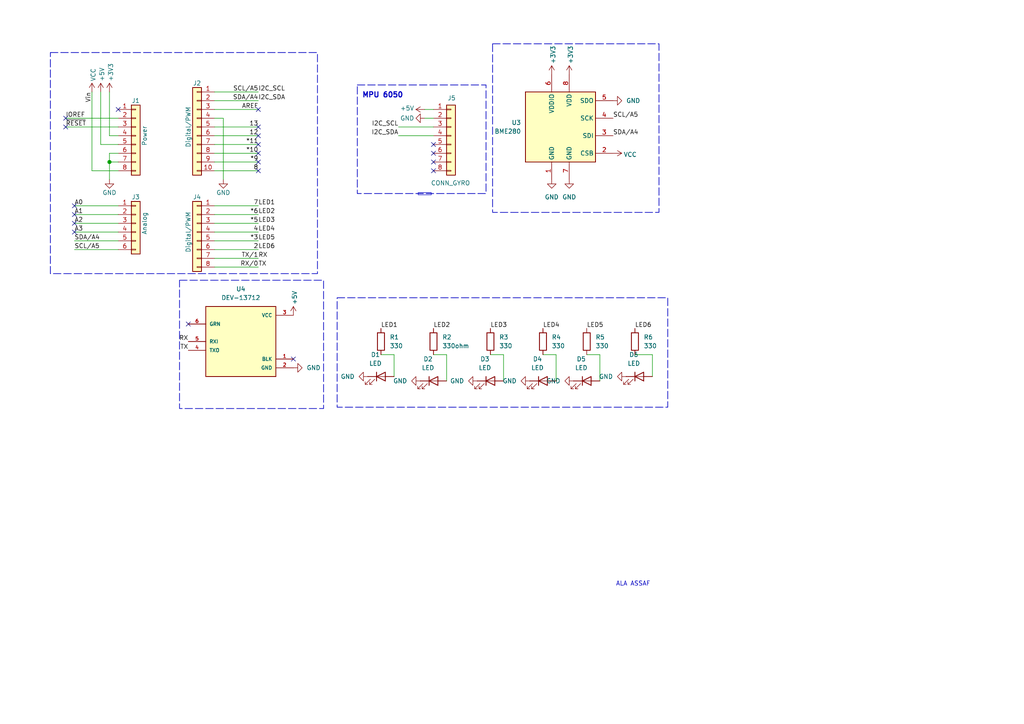
<source format=kicad_sch>
(kicad_sch (version 20231120) (generator "eeschema") (generator_version "8.0")
  (paper "A4")
  (title_block (date "mar. 31 mars 2015"))
  (lib_symbols
    (symbol "Connector_Generic:Conn_01x06" (pin_names (offset 1.016) hide)
      (property "Reference" "J" (at 0 7.62 0))
      (property "Value" "Conn_01x06" (at 0 -10.16 0))
      (symbol "Conn_01x06_1_1"
        (rectangle (start -1.27 -7.493) (end 0 -7.747) (stroke (width 0.1524)))
        (rectangle (start -1.27 -4.953) (end 0 -5.207) (stroke (width 0.1524)))
        (rectangle (start -1.27 -2.413) (end 0 -2.667) (stroke (width 0.1524)))
        (rectangle (start -1.27 0.127) (end 0 -0.127) (stroke (width 0.1524)))
        (rectangle (start -1.27 2.667) (end 0 2.413) (stroke (width 0.1524)))
        (rectangle (start -1.27 5.207) (end 0 4.953) (stroke (width 0.1524)))
        (rectangle (start -1.27 6.35) (end 1.27 -8.89) (stroke (width 0.254)) (fill (type background)))
        (pin passive line (at -5.08 5.08 0) (length 3.81) (name "Pin_1") (number "1"))
        (pin passive line (at -5.08 2.54 0) (length 3.81) (name "Pin_2") (number "2"))
        (pin passive line (at -5.08 0 0) (length 3.81) (name "Pin_3") (number "3"))
        (pin passive line (at -5.08 -2.54 0) (length 3.81) (name "Pin_4") (number "4"))
        (pin passive line (at -5.08 -5.08 0) (length 3.81) (name "Pin_5") (number "5"))
        (pin passive line (at -5.08 -7.62 0) (length 3.81) (name "Pin_6") (number "6"))
      )
    )
    (symbol "Connector_Generic:Conn_01x08" (pin_names (offset 1.016) hide)
      (property "Reference" "J" (at 0 10.16 0))
      (property "Value" "Conn_01x08" (at 0 -12.7 0))
      (symbol "Conn_01x08_1_1"
        (rectangle (start -1.27 -10.033) (end 0 -10.287) (stroke (width 0.1524)))
        (rectangle (start -1.27 -7.493) (end 0 -7.747) (stroke (width 0.1524)))
        (rectangle (start -1.27 -4.953) (end 0 -5.207) (stroke (width 0.1524)))
        (rectangle (start -1.27 -2.413) (end 0 -2.667) (stroke (width 0.1524)))
        (rectangle (start -1.27 0.127) (end 0 -0.127) (stroke (width 0.1524)))
        (rectangle (start -1.27 2.667) (end 0 2.413) (stroke (width 0.1524)))
        (rectangle (start -1.27 5.207) (end 0 4.953) (stroke (width 0.1524)))
        (rectangle (start -1.27 7.747) (end 0 7.493) (stroke (width 0.1524)))
        (rectangle (start -1.27 8.89) (end 1.27 -11.43) (stroke (width 0.254)) (fill (type background)))
        (pin passive line (at -5.08 7.62 0) (length 3.81) (name "Pin_1") (number "1"))
        (pin passive line (at -5.08 5.08 0) (length 3.81) (name "Pin_2") (number "2"))
        (pin passive line (at -5.08 2.54 0) (length 3.81) (name "Pin_3") (number "3"))
        (pin passive line (at -5.08 0 0) (length 3.81) (name "Pin_4") (number "4"))
        (pin passive line (at -5.08 -2.54 0) (length 3.81) (name "Pin_5") (number "5"))
        (pin passive line (at -5.08 -5.08 0) (length 3.81) (name "Pin_6") (number "6"))
        (pin passive line (at -5.08 -7.62 0) (length 3.81) (name "Pin_7") (number "7"))
        (pin passive line (at -5.08 -10.16 0) (length 3.81) (name "Pin_8") (number "8"))
      )
    )
    (symbol "Connector_Generic:Conn_01x10" (pin_names (offset 1.016) hide)
      (property "Reference" "J" (at 0 12.7 0))
      (property "Value" "Conn_01x10" (at 0 -15.24 0))
      (symbol "Conn_01x10_1_1"
        (rectangle (start -1.27 -12.573) (end 0 -12.827) (stroke (width 0.1524)))
        (rectangle (start -1.27 -10.033) (end 0 -10.287) (stroke (width 0.1524)))
        (rectangle (start -1.27 -7.493) (end 0 -7.747) (stroke (width 0.1524)))
        (rectangle (start -1.27 -4.953) (end 0 -5.207) (stroke (width 0.1524)))
        (rectangle (start -1.27 -2.413) (end 0 -2.667) (stroke (width 0.1524)))
        (rectangle (start -1.27 0.127) (end 0 -0.127) (stroke (width 0.1524)))
        (rectangle (start -1.27 2.667) (end 0 2.413) (stroke (width 0.1524)))
        (rectangle (start -1.27 5.207) (end 0 4.953) (stroke (width 0.1524)))
        (rectangle (start -1.27 7.747) (end 0 7.493) (stroke (width 0.1524)))
        (rectangle (start -1.27 10.287) (end 0 10.033) (stroke (width 0.1524)))
        (rectangle (start -1.27 11.43) (end 1.27 -13.97) (stroke (width 0.254)) (fill (type background)))
        (pin passive line (at -5.08 10.16 0) (length 3.81) (name "Pin_1") (number "1"))
        (pin passive line (at -5.08 -12.7 0) (length 3.81) (name "Pin_10") (number "10"))
        (pin passive line (at -5.08 7.62 0) (length 3.81) (name "Pin_2") (number "2"))
        (pin passive line (at -5.08 5.08 0) (length 3.81) (name "Pin_3") (number "3"))
        (pin passive line (at -5.08 2.54 0) (length 3.81) (name "Pin_4") (number "4"))
        (pin passive line (at -5.08 0 0) (length 3.81) (name "Pin_5") (number "5"))
        (pin passive line (at -5.08 -2.54 0) (length 3.81) (name "Pin_6") (number "6"))
        (pin passive line (at -5.08 -5.08 0) (length 3.81) (name "Pin_7") (number "7"))
        (pin passive line (at -5.08 -7.62 0) (length 3.81) (name "Pin_8") (number "8"))
        (pin passive line (at -5.08 -10.16 0) (length 3.81) (name "Pin_9") (number "9"))
      )
    )
    (symbol "DEV-13712:DEV-13712" (pin_names (offset 1.016))
      (property "Reference" "U" (at -10.16 10.922 0))
      (property "Value" "DEV-13712" (at -10.16 -12.7 0))
      (symbol "DEV-13712_0_0"
        (rectangle (start -10.16 -10.16) (end 10.16 10.16) (stroke (width 0.254)) (fill (type background)))
        (pin power_in line (at 15.24 -5.08 180) (length 5.08) (name "BLK") (number "1"))
        (pin power_in line (at 15.24 -7.62 180) (length 5.08) (name "GND") (number "2"))
        (pin power_in line (at 15.24 7.62 180) (length 5.08) (name "VCC") (number "3"))
        (pin output line (at -15.24 -2.54 0) (length 5.08) (name "TXO") (number "4"))
        (pin input line (at -15.24 0 0) (length 5.08) (name "RXI") (number "5"))
        (pin input line (at -15.24 5.08 0) (length 5.08) (name "GRN") (number "6"))
      )
    )
    (symbol "Device:LED" (pin_numbers hide) (pin_names (offset 1.016) hide)
      (property "Reference" "D" (at 0 2.54 0))
      (property "Value" "LED" (at 0 -2.54 0))
      (symbol "LED_0_1"
        (polyline (pts (xy -1.27 -1.27) (xy -1.27 1.27)) (stroke (width 0.254)))
        (polyline (pts (xy -1.27 0) (xy 1.27 0)))
        (polyline (pts (xy 1.27 -1.27) (xy 1.27 1.27) (xy -1.27 0) (xy 1.27 -1.27)) (stroke (width 0.254)))
        (polyline (pts (xy -3.048 -0.762) (xy -4.572 -2.286) (xy -3.81 -2.286) (xy -4.572 -2.286) (xy -4.572 -1.524)))
        (polyline (pts (xy -1.778 -0.762) (xy -3.302 -2.286) (xy -2.54 -2.286) (xy -3.302 -2.286) (xy -3.302 -1.524)))
      )
      (symbol "LED_1_1"
        (pin passive line (at -3.81 0 0) (length 2.54) (name "K") (number "1"))
        (pin passive line (at 3.81 0 180) (length 2.54) (name "A") (number "2"))
      )
    )
    (symbol "Device:R" (pin_numbers hide) (pin_names (offset 0))
      (property "Reference" "R" (at 2.032 0 90))
      (property "Value" "R" (at 0 0 90))
      (symbol "R_0_1"
        (rectangle (start -1.016 -2.54) (end 1.016 2.54) (stroke (width 0.254)))
      )
      (symbol "R_1_1"
        (pin passive line (at 0 3.81 270) (length 1.27) (name "~") (number "1"))
        (pin passive line (at 0 -3.81 90) (length 1.27) (name "~") (number "2"))
      )
    )
    (symbol "GND_1" (power) (pin_numbers hide) (pin_names (offset 0) hide)
      (property "Value" "GND" (at 0 -3.81 0))
      (symbol "GND_1_0_1"
        (polyline (pts (xy 0 0) (xy 0 -1.27) (xy 1.27 -1.27) (xy 0 -2.54) (xy -1.27 -1.27) (xy 0 -1.27)))
      )
      (symbol "GND_1_1_1"
        (pin power_in line (at 0 0 270) (length 0) (name "~") (number "1"))
      )
    )
    (symbol "GND_2" (power) (pin_numbers hide) (pin_names (offset 0) hide)
      (property "Value" "GND" (at 0 -3.81 0))
      (symbol "GND_2_0_1"
        (polyline (pts (xy 0 0) (xy 0 -1.27) (xy 1.27 -1.27) (xy 0 -2.54) (xy -1.27 -1.27) (xy 0 -1.27)))
      )
      (symbol "GND_2_1_1"
        (pin power_in line (at 0 0 270) (length 0) (name "~") (number "1"))
      )
    )
    (symbol "GND_3" (power) (pin_numbers hide) (pin_names (offset 0) hide)
      (property "Value" "GND" (at 0 -3.81 0))
      (symbol "GND_3_0_1"
        (polyline (pts (xy 0 0) (xy 0 -1.27) (xy 1.27 -1.27) (xy 0 -2.54) (xy -1.27 -1.27) (xy 0 -1.27)))
      )
      (symbol "GND_3_1_1"
        (pin power_in line (at 0 0 270) (length 0) (name "~") (number "1"))
      )
    )
    (symbol "GND_4" (power) (pin_numbers hide) (pin_names (offset 0) hide)
      (property "Value" "GND" (at 0 -3.81 0))
      (symbol "GND_4_0_1"
        (polyline (pts (xy 0 0) (xy 0 -1.27) (xy 1.27 -1.27) (xy 0 -2.54) (xy -1.27 -1.27) (xy 0 -1.27)))
      )
      (symbol "GND_4_1_1"
        (pin power_in line (at 0 0 270) (length 0) (name "~") (number "1"))
      )
    )
    (symbol "Sensor:BME280"
      (property "Reference" "U" (at -8.89 11.43 0))
      (property "Value" "BME280" (at 7.62 11.43 0))
      (symbol "BME280_0_1"
        (rectangle (start -10.16 10.16) (end 10.16 -10.16) (stroke (width 0.254)) (fill (type background)))
      )
      (symbol "BME280_1_1"
        (pin power_in line (at -2.54 -15.24 90) (length 5.08) (name "GND") (number "1"))
        (pin input line (at 15.24 -7.62 180) (length 5.08) (name "CSB") (number "2"))
        (pin bidirectional line (at 15.24 -2.54 180) (length 5.08) (name "SDI") (number "3"))
        (pin input line (at 15.24 2.54 180) (length 5.08) (name "SCK") (number "4"))
        (pin bidirectional line (at 15.24 7.62 180) (length 5.08) (name "SDO") (number "5"))
        (pin power_in line (at -2.54 15.24 270) (length 5.08) (name "VDDIO") (number "6"))
        (pin power_in line (at 2.54 -15.24 90) (length 5.08) (name "GND") (number "7"))
        (pin power_in line (at 2.54 15.24 270) (length 5.08) (name "VDD") (number "8"))
      )
    )
    (symbol "power:+3V3" (power) (pin_names (offset 0))
      (property "Value" "+3V3" (at 0 3.556 0))
      (symbol "+3V3_0_1"
        (polyline (pts (xy -0.762 1.27) (xy 0 2.54)))
        (polyline (pts (xy 0 0) (xy 0 2.54)))
        (polyline (pts (xy 0 2.54) (xy 0.762 1.27)))
      )
      (symbol "+3V3_1_1"
        (pin power_in line (at 0 0 90) (length 0) hide (name "+3V3") (number "1"))
      )
    )
    (symbol "power:+5V" (power) (pin_names (offset 0))
      (property "Value" "+5V" (at 0 3.556 0))
      (symbol "+5V_0_1"
        (polyline (pts (xy -0.762 1.27) (xy 0 2.54)))
        (polyline (pts (xy 0 0) (xy 0 2.54)))
        (polyline (pts (xy 0 2.54) (xy 0.762 1.27)))
      )
      (symbol "+5V_1_1"
        (pin power_in line (at 0 0 90) (length 0) hide (name "+5V") (number "1"))
      )
    )
    (symbol "power:GND" (power) (pin_names (offset 0))
      (property "Value" "GND" (at 0 -3.81 0))
      (symbol "GND_0_1"
        (polyline (pts (xy 0 0) (xy 0 -1.27) (xy 1.27 -1.27) (xy 0 -2.54) (xy -1.27 -1.27) (xy 0 -1.27)))
      )
      (symbol "GND_1_1"
        (pin power_in line (at 0 0 270) (length 0) hide (name "GND") (number "1"))
      )
    )
    (symbol "power:VCC" (power) (pin_names (offset 0))
      (property "Value" "VCC" (at 0 3.81 0))
      (symbol "VCC_0_1"
        (polyline (pts (xy -0.762 1.27) (xy 0 2.54)))
        (polyline (pts (xy 0 0) (xy 0 2.54)))
        (polyline (pts (xy 0 2.54) (xy 0.762 1.27)))
      )
      (symbol "VCC_1_1"
        (pin power_in line (at 0 0 90) (length 0) hide (name "VCC") (number "1"))
      )
    )
  )
  (junction (at 31.75 46.99) (diameter 1.016))
  (no_connect (at 85.09 104.14))
  (no_connect (at 74.93 44.45))
  (no_connect (at 19.05 36.83))
  (no_connect (at 74.93 36.83))
  (no_connect (at 125.73 41.91))
  (no_connect (at 74.93 41.91))
  (no_connect (at 21.59 64.77))
  (no_connect (at 21.59 67.31))
  (no_connect (at 19.05 34.29))
  (no_connect (at 21.59 62.23))
  (no_connect (at 125.73 44.45))
  (no_connect (at 125.73 46.99))
  (no_connect (at 74.93 46.99))
  (no_connect (at 34.29 31.75))
  (no_connect (at 54.61 93.98))
  (no_connect (at 74.93 31.75))
  (no_connect (at 74.93 49.53))
  (no_connect (at 125.73 49.53))
  (no_connect (at 21.59 59.69))
  (no_connect (at 74.93 39.37))
  (wire (pts (xy 62.23 77.47) (xy 74.93 77.47)))
  (wire (pts (xy 115.57 36.83) (xy 125.73 36.83)))
  (wire (pts (xy 62.23 44.45) (xy 74.93 44.45)))
  (wire (pts (xy 62.23 26.67) (xy 74.93 26.67)))
  (wire (pts (xy 114.3 109.22) (xy 114.3 102.87)))
  (wire (pts (xy 129.54 102.87) (xy 125.73 102.87)))
  (wire (pts (xy 114.3 102.87) (xy 110.49 102.87)))
  (wire (pts (xy 31.75 44.45) (xy 31.75 46.99)))
  (wire (pts (xy 21.59 72.39) (xy 34.29 72.39)))
  (wire (pts (xy 123.19 31.75) (xy 125.73 31.75)))
  (wire (pts (xy 31.75 46.99) (xy 31.75 52.07)))
  (wire (pts (xy 31.75 39.37) (xy 34.29 39.37)))
  (wire (pts (xy 29.21 41.91) (xy 34.29 41.91)))
  (wire (pts (xy 29.21 26.67) (xy 29.21 41.91)))
  (wire (pts (xy 62.23 36.83) (xy 74.93 36.83)))
  (wire (pts (xy 31.75 26.67) (xy 31.75 39.37)))
  (wire (pts (xy 62.23 59.69) (xy 74.93 59.69)))
  (wire (pts (xy 34.29 59.69) (xy 21.59 59.69)))
  (wire (pts (xy 62.23 39.37) (xy 74.93 39.37)))
  (wire (pts (xy 62.23 62.23) (xy 74.93 62.23)))
  (wire (pts (xy 62.23 46.99) (xy 74.93 46.99)))
  (wire (pts (xy 62.23 67.31) (xy 74.93 67.31)))
  (wire (pts (xy 161.29 110.49) (xy 161.29 102.87)))
  (wire (pts (xy 19.05 34.29) (xy 34.29 34.29)))
  (wire (pts (xy 115.57 39.37) (xy 125.73 39.37)))
  (wire (pts (xy 64.77 34.29) (xy 64.77 52.07)))
  (wire (pts (xy 173.99 102.87) (xy 170.18 102.87)))
  (wire (pts (xy 62.23 31.75) (xy 74.93 31.75)))
  (wire (pts (xy 34.29 64.77) (xy 21.59 64.77)))
  (wire (pts (xy 19.05 36.83) (xy 34.29 36.83)))
  (wire (pts (xy 34.29 46.99) (xy 31.75 46.99)))
  (wire (pts (xy 34.29 49.53) (xy 26.67 49.53)))
  (wire (pts (xy 21.59 62.23) (xy 34.29 62.23)))
  (wire (pts (xy 129.54 110.49) (xy 129.54 102.87)))
  (wire (pts (xy 62.23 34.29) (xy 64.77 34.29)))
  (wire (pts (xy 34.29 44.45) (xy 31.75 44.45)))
  (wire (pts (xy 62.23 41.91) (xy 74.93 41.91)))
  (wire (pts (xy 146.05 102.87) (xy 142.24 102.87)))
  (wire (pts (xy 62.23 64.77) (xy 74.93 64.77)))
  (wire (pts (xy 21.59 67.31) (xy 34.29 67.31)))
  (wire (pts (xy 146.05 110.49) (xy 146.05 102.87)))
  (wire (pts (xy 189.23 102.87) (xy 184.15 102.87)))
  (wire (pts (xy 161.29 102.87) (xy 157.48 102.87)))
  (wire (pts (xy 62.23 29.21) (xy 74.93 29.21)))
  (wire (pts (xy 62.23 72.39) (xy 74.93 72.39)))
  (wire (pts (xy 62.23 69.85) (xy 74.93 69.85)))
  (wire (pts (xy 123.19 34.29) (xy 125.73 34.29)))
  (wire (pts (xy 173.99 110.49) (xy 173.99 102.87)))
  (wire (pts (xy 62.23 74.93) (xy 74.93 74.93)))
  (wire (pts (xy 26.67 49.53) (xy 26.67 26.67)))
  (wire (pts (xy 34.29 69.85) (xy 21.59 69.85)))
  (wire (pts (xy 189.23 109.22) (xy 189.23 102.87)))
  (wire (pts (xy 62.23 49.53) (xy 74.93 49.53)))
  (rectangle (start 142.875 12.7) (end 191.135 61.595) (stroke (width 0.2) (type dash)))
  (rectangle (start 103.632 24.638) (end 140.97 56.134) (stroke (width 0.2) (type dash)))
  (rectangle (start 97.79 86.36) (end 193.675 118.11) (stroke (width 0.2) (type dash)))
  (rectangle (start 52.07 81.28) (end 93.853 118.491) (stroke (width 0.2) (type dash)))
  (rectangle (start 121.285 55.88) (end 125.095 56.515))
  (rectangle (start 14.605 15.24) (end 92.075 79.375) (stroke (width 0.2) (type dash)))
  (text "ALA ASSAF" (at 183.642 169.418 0) (effects (font (size 1.27 1.27))))
  (text "MPU 6050" (at 110.998 27.686 0) (effects (font (size 1.5 1.5) (thickness 0.3) (bold yes))))
  (label "RX{slash}0" (at 74.93 77.47 180))
  (label "A2" (at 21.59 64.77 0))
  (label "4" (at 74.93 67.31 180))
  (label "SDA{slash}A4" (at 177.8 39.37 0))
  (label "LED6" (at 184.15 95.25 0))
  (label "LED5" (at 170.18 95.25 0))
  (label "2" (at 74.93 72.39 180))
  (label "LED4" (at 157.48 95.25 0))
  (label "A3" (at 21.59 67.31 0))
  (label "LED3" (at 142.24 95.25 0))
  (label "13" (at 74.93 36.83 180))
  (label "12" (at 74.93 39.37 180))
  (label "~{RESET}" (at 19.05 36.83 0))
  (label "RX" (at 54.61 99.06 180))
  (label "LED4" (at 74.93 67.31 0))
  (label "*10" (at 74.93 44.45 180))
  (label "I2C_SCL" (at 115.57 36.83 180))
  (label "SCL{slash}A5" (at 177.8 34.29 0))
  (label "TX" (at 54.61 101.6 180))
  (label "7" (at 74.93 59.69 180))
  (label "SDA{slash}A4" (at 74.93 29.21 180))
  (label "8" (at 74.93 49.53 180))
  (label "LED3" (at 74.93 64.77 0))
  (label "*11" (at 74.93 41.91 180))
  (label "*3" (at 74.93 69.85 180))
  (label "I2C_SCL" (at 74.93 26.67 0))
  (label "A1" (at 21.59 62.23 0))
  (label "I2C_SDA" (at 115.57 39.37 180))
  (label "TX{slash}1" (at 74.93 74.93 180))
  (label "LED1" (at 110.49 95.25 0))
  (label "A0" (at 21.59 59.69 0))
  (label "LED6" (at 74.93 72.39 0))
  (label "AREF" (at 74.93 31.75 180))
  (label "RX" (at 74.93 74.93 0))
  (label "Vin" (at 26.67 26.67 270))
  (label "*6" (at 74.93 62.23 180))
  (label "SCL{slash}A5" (at 74.93 26.67 180))
  (label "*9" (at 74.93 46.99 180))
  (label "LED5" (at 74.93 69.85 0))
  (label "LED2" (at 74.93 62.23 0))
  (label "*5" (at 74.93 64.77 180))
  (label "TX" (at 74.93 77.47 0))
  (label "IOREF" (at 19.05 34.29 0))
  (label "LED1" (at 74.93 59.69 0))
  (label "SDA{slash}A4" (at 21.59 69.85 0))
  (label "SCL{slash}A5" (at 21.59 72.39 0))
  (label "I2C_SDA" (at 74.93 29.21 0))
  (label "LED2" (at 125.73 95.25 0))
  (symbol (lib_id "Connector_Generic:Conn_01x08") (at 39.37 39.37 0) (unit 1)
    (property "Reference" "J1" (at 39.37 29.21 0))
    (property "Value" "Power" (at 41.91 39.37 90))
    (property "Footprint" "Connector_PinSocket_2.54mm:PinSocket_1x08_P2.54mm_Vertical" (effects (hide yes)))
  )
  (symbol (lib_id "power:+3V3") (at 31.75 26.67 0) (unit 1)
    (property "Reference" "#PWR03" (effects (hide yes)))
    (property "Value" "+3V3" (at 32.131 23.622 90) (effects (justify left)))
  )
  (symbol (lib_id "power:+5V") (at 29.21 26.67 0) (unit 1)
    (property "Reference" "#PWR02" (effects (hide yes)))
    (property "Value" "+5V" (at 29.5656 23.622 90) (effects (justify left)))
  )
  (symbol (lib_id "power:GND") (at 31.75 52.07 0) (unit 1)
    (property "Reference" "#PWR04" (effects (hide yes)))
    (property "Value" "GND" (at 31.75 55.88 0))
  )
  (symbol (lib_id "Connector_Generic:Conn_01x10") (at 57.15 36.83 0) (mirror y) (unit 1)
    (property "Reference" "J2" (at 57.15 24.13 0))
    (property "Value" "Digital/PWM" (at 54.61 36.83 90))
    (property "Footprint" "Connector_PinSocket_2.54mm:PinSocket_1x10_P2.54mm_Vertical" (effects (hide yes)))
  )
  (symbol (lib_id "power:GND") (at 64.77 52.07 0) (unit 1)
    (property "Reference" "#PWR05" (effects (hide yes)))
    (property "Value" "GND" (at 64.77 55.88 0))
  )
  (symbol (lib_id "Connector_Generic:Conn_01x06") (at 39.37 64.77 0) (unit 1)
    (property "Reference" "J3" (at 39.37 57.15 0))
    (property "Value" "Analog" (at 41.91 64.77 90))
    (property "Footprint" "Connector_PinSocket_2.54mm:PinSocket_1x06_P2.54mm_Vertical" (effects (hide yes)))
  )
  (symbol (lib_id "Connector_Generic:Conn_01x08") (at 57.15 67.31 0) (mirror y) (unit 1)
    (property "Reference" "J4" (at 57.15 57.15 0))
    (property "Value" "Digital/PWM" (at 54.61 67.31 90))
    (property "Footprint" "Connector_PinSocket_2.54mm:PinSocket_1x08_P2.54mm_Vertical" (effects (hide yes)))
  )
  (symbol (lib_name "GND_2") (lib_id "power:GND") (at 106.68 109.22 270) (unit 1)
    (property "Reference" "#PWR08" (effects (hide yes)))
    (property "Value" "GND" (at 102.87 109.2199 90) (effects (justify right)))
    (property "Description" "Power symbol creates a global label with name \"GND\" , ground" (effects (hide yes)))
  )
  (symbol (lib_id "Device:LED") (at 185.42 109.22 0) (unit 1)
    (property "Reference" "D6" (at 183.8325 102.87 0))
    (property "Value" "LED" (at 183.8325 105.41 0))
    (property "Footprint" "LED_THT:LED_D5.0mm" (effects (hide yes)))
    (property "Description" "Light emitting diode" (effects (hide yes)))
  )
  (symbol (lib_id "Device:R") (at 184.15 99.06 0) (unit 1)
    (property "Reference" "R6" (at 186.69 97.7899 0) (effects (justify left)))
    (property "Value" "330" (at 186.69 100.3299 0) (effects (justify left)))
    (property "Footprint" "Resistor_THT:R_Axial_DIN0207_L6.3mm_D2.5mm_P10.16mm_Horizontal" (effects (hide yes)))
    (property "Description" "Resistor" (effects (hide yes)))
  )
  (symbol (lib_id "Device:R") (at 157.48 99.06 0) (unit 1)
    (property "Reference" "R4" (at 160.02 97.7899 0) (effects (justify left)))
    (property "Value" "330" (at 160.02 100.3299 0) (effects (justify left)))
    (property "Footprint" "Resistor_THT:R_Axial_DIN0207_L6.3mm_D2.5mm_P10.16mm_Horizontal" (effects (hide yes)))
    (property "Description" "Resistor" (effects (hide yes)))
  )
  (symbol (lib_id "Device:R") (at 110.49 99.06 0) (unit 1)
    (property "Reference" "R1" (at 113.03 97.7899 0) (effects (justify left)))
    (property "Value" "330" (at 113.03 100.3299 0) (effects (justify left)))
    (property "Footprint" "Resistor_THT:R_Axial_DIN0207_L6.3mm_D2.5mm_P10.16mm_Horizontal" (effects (hide yes)))
    (property "Description" "Resistor" (effects (hide yes)))
  )
  (symbol (lib_name "GND_2") (lib_id "power:GND") (at 153.67 110.49 270) (unit 1)
    (property "Reference" "#PWR011" (effects (hide yes)))
    (property "Value" "GND" (at 149.86 110.4899 90) (effects (justify right)))
    (property "Description" "Power symbol creates a global label with name \"GND\" , ground" (effects (hide yes)))
  )
  (symbol (lib_name "GND_2") (lib_id "power:GND") (at 166.37 110.49 270) (unit 1)
    (property "Reference" "#PWR012" (effects (hide yes)))
    (property "Value" "GND" (at 162.56 110.4899 90) (effects (justify right)))
    (property "Description" "Power symbol creates a global label with name \"GND\" , ground" (effects (hide yes)))
  )
  (symbol (lib_id "Device:R") (at 170.18 99.06 0) (unit 1)
    (property "Reference" "R5" (at 172.72 97.7899 0) (effects (justify left)))
    (property "Value" "330" (at 172.72 100.3299 0) (effects (justify left)))
    (property "Footprint" "Resistor_THT:R_Axial_DIN0207_L6.3mm_D2.5mm_P10.16mm_Horizontal" (effects (hide yes)))
    (property "Description" "Resistor" (effects (hide yes)))
  )
  (symbol (lib_name "GND_3") (lib_id "power:GND") (at 160.02 52.07 0) (unit 1)
    (property "Reference" "#PWR018" (effects (hide yes)))
    (property "Value" "GND" (at 160.02 57.15 0))
    (property "Description" "Power symbol creates a global label with name \"GND\" , ground" (effects (hide yes)))
  )
  (symbol (lib_id "Device:R") (at 125.73 99.06 0) (unit 1)
    (property "Reference" "R2" (at 128.27 97.7899 0) (effects (justify left)))
    (property "Value" "330ohm" (at 128.27 100.3299 0) (effects (justify left)))
    (property "Footprint" "Resistor_THT:R_Axial_DIN0207_L6.3mm_D2.5mm_P10.16mm_Horizontal" (effects (hide yes)))
    (property "Description" "Resistor" (effects (hide yes)))
  )
  (symbol (lib_name "GND_2") (lib_id "power:GND") (at 181.61 109.22 270) (unit 1)
    (property "Reference" "#PWR013" (effects (hide yes)))
    (property "Value" "GND" (at 177.8 109.2199 90) (effects (justify right)))
    (property "Description" "Power symbol creates a global label with name \"GND\" , ground" (effects (hide yes)))
  )
  (symbol (lib_name "GND_3") (lib_id "power:GND") (at 165.1 52.07 0) (unit 1)
    (property "Reference" "#PWR017" (effects (hide yes)))
    (property "Value" "GND" (at 165.1 57.15 0))
    (property "Description" "Power symbol creates a global label with name \"GND\" , ground" (effects (hide yes)))
  )
  (symbol (lib_id "power:VCC") (at 26.67 26.67 0) (unit 1)
    (property "Reference" "#PWR01" (effects (hide yes)))
    (property "Value" "VCC" (at 27.051 23.622 90) (effects (justify left)))
  )
  (symbol (lib_id "power:VCC") (at 177.8 44.45 270) (unit 1)
    (property "Reference" "#PWR020" (effects (hide yes)))
    (property "Value" "VCC" (at 180.848 44.831 90) (effects (justify left)))
  )
  (symbol (lib_id "Device:LED") (at 157.48 110.49 0) (unit 1)
    (property "Reference" "D4" (at 155.8925 104.14 0))
    (property "Value" "LED" (at 155.8925 106.68 0))
    (property "Footprint" "LED_THT:LED_D5.0mm" (effects (hide yes)))
    (property "Description" "Light emitting diode" (effects (hide yes)))
  )
  (symbol (lib_name "GND_1") (lib_id "power:GND") (at 85.09 106.68 90) (unit 1)
    (property "Reference" "#PWR07" (effects (hide yes)))
    (property "Value" "GND" (at 88.9 106.6799 90) (effects (justify right)))
    (property "Description" "Power symbol creates a global label with name \"GND\" , ground" (effects (hide yes)))
  )
  (symbol (lib_name "GND_2") (lib_id "power:GND") (at 121.92 110.49 270) (unit 1)
    (property "Reference" "#PWR09" (effects (hide yes)))
    (property "Value" "GND" (at 118.11 110.4899 90) (effects (justify right)))
    (property "Description" "Power symbol creates a global label with name \"GND\" , ground" (effects (hide yes)))
  )
  (symbol (lib_id "power:+5V") (at 85.09 91.44 0) (unit 1)
    (property "Reference" "#PWR06" (effects (hide yes)))
    (property "Value" "+5V" (at 85.4456 88.392 90) (effects (justify left)))
  )
  (symbol (lib_id "Device:R") (at 142.24 99.06 0) (unit 1)
    (property "Reference" "R3" (at 144.78 97.7899 0) (effects (justify left)))
    (property "Value" "330" (at 144.78 100.3299 0) (effects (justify left)))
    (property "Footprint" "Resistor_THT:R_Axial_DIN0207_L6.3mm_D2.5mm_P10.16mm_Horizontal" (effects (hide yes)))
    (property "Description" "Resistor" (effects (hide yes)))
  )
  (symbol (lib_id "DEV-13712:DEV-13712") (at 69.85 99.06 0) (unit 1)
    (property "Reference" "U4" (at 69.85 83.82 0))
    (property "Value" "DEV-13712" (at 69.85 86.36 0))
    (property "Footprint" "OPENLOG:MODULE_DEV-13712" (effects (hide yes)))
    (property "MF" "SparkFun Electronics" (effects (hide yes)))
    (property "Description_1" "\n                        \n                            ATmega328 - Data Logger Memory Evaluation Board\n                        \n" (effects (hide yes)))
    (property "Package" "None" (effects (hide yes)))
    (property "Price" "None" (effects (hide yes)))
    (property "Check_prices" "https://www.snapeda.com/parts/DEV-13712/SparkFun/view-part/?ref=eda" (effects (hide yes)))
    (property "STANDARD" "Manufacturer Recommendations" (effects (hide yes)))
    (property "PARTREV" "v15" (effects (hide yes)))
    (property "SnapEDA_Link" "https://www.snapeda.com/parts/DEV-13712/SparkFun/view-part/?ref=snap" (effects (hide yes)))
    (property "MP" "DEV-13712" (effects (hide yes)))
    (property "MANUFACTURER" "SparkFun" (effects (hide yes)))
    (property "Availability" "In Stock" (effects (hide yes)))
    (property "SNAPEDA_PN" "DEV-13712" (effects (hide yes)))
  )
  (symbol (lib_name "GND_4") (lib_id "power:GND") (at 177.8 29.21 90) (unit 1)
    (property "Reference" "#PWR019" (effects (hide yes)))
    (property "Value" "GND" (at 181.61 29.2099 90) (effects (justify right)))
    (property "Description" "Power symbol creates a global label with name \"GND\" , ground" (effects (hide yes)))
  )
  (symbol (lib_id "power:+3V3") (at 165.1 21.59 0) (unit 1)
    (property "Reference" "#PWR016" (effects (hide yes)))
    (property "Value" "+3V3" (at 165.481 18.542 90) (effects (justify left)))
  )
  (symbol (lib_id "power:+3V3") (at 160.02 21.59 0) (unit 1)
    (property "Reference" "#PWR021" (effects (hide yes)))
    (property "Value" "+3V3" (at 160.401 18.542 90) (effects (justify left)))
  )
  (symbol (lib_id "Sensor:BME280") (at 162.56 36.83 0) (unit 1)
    (property "Reference" "U3" (at 151.13 35.5599 0) (effects (justify right)))
    (property "Value" "BME280" (at 151.13 38.0999 0) (effects (justify right)))
    (property "Footprint" "Package_LGA:Bosch_LGA-8_2.5x2.5mm_P0.65mm_ClockwisePinNumbering" (effects (hide yes)))
    (property "Datasheet" "https://www.bosch-sensortec.com/media/boschsensortec/downloads/datasheets/bst-bme280-ds002.pdf" (effects (hide yes)))
    (property "Description" "3-in-1 sensor, humidity, pressure, temperature, I2C and SPI interface, 1.71-3.6V, LGA-8" (effects (hide yes)))
  )
  (symbol (lib_id "power:GND") (at 123.19 34.29 270) (unit 1)
    (property "Reference" "#PWR015" (effects (hide yes)))
    (property "Value" "GND" (at 118.11 34.29 90))
  )
  (symbol (lib_name "GND_2") (lib_id "power:GND") (at 138.43 110.49 270) (unit 1)
    (property "Reference" "#PWR010" (effects (hide yes)))
    (property "Value" "GND" (at 134.62 110.4899 90) (effects (justify right)))
    (property "Description" "Power symbol creates a global label with name \"GND\" , ground" (effects (hide yes)))
  )
  (symbol (lib_id "Device:LED") (at 110.49 109.22 0) (unit 1)
    (property "Reference" "D1" (at 108.9025 102.87 0))
    (property "Value" "LED" (at 108.9025 105.41 0))
    (property "Footprint" "LED_THT:LED_D5.0mm" (effects (hide yes)))
    (property "Description" "Light emitting diode" (effects (hide yes)))
  )
  (symbol (lib_id "power:+5V") (at 123.19 31.75 90) (unit 1)
    (property "Reference" "#PWR014" (effects (hide yes)))
    (property "Value" "+5V" (at 120.142 31.3944 90) (effects (justify left)))
  )
  (symbol (lib_id "Connector_Generic:Conn_01x08") (at 130.81 39.37 0) (unit 1)
    (property "Reference" "J5" (at 129.794 28.448 0) (effects (justify left)))
    (property "Value" "CONN_GYRO" (at 124.968 53.086 0) (effects (justify left)))
    (property "Footprint" "Connector_PinSocket_2.54mm:PinSocket_1x08_P2.54mm_Vertical" (effects (hide yes)))
    (property "Description" "Generic connector, single row, 01x08, script generated (kicad-library-utils/schlib/autogen/connector/)" (effects (hide yes)))
  )
  (symbol (lib_id "Device:LED") (at 125.73 110.49 0) (unit 1)
    (property "Reference" "D2" (at 124.1425 104.14 0))
    (property "Value" "LED" (at 124.1425 106.68 0))
    (property "Footprint" "LED_THT:LED_D5.0mm" (effects (hide yes)))
    (property "Description" "Light emitting diode" (effects (hide yes)))
  )
  (symbol (lib_id "Device:LED") (at 170.18 110.49 0) (unit 1)
    (property "Reference" "D5" (at 168.5925 104.14 0))
    (property "Value" "LED" (at 168.5925 106.68 0))
    (property "Footprint" "LED_THT:LED_D5.0mm" (effects (hide yes)))
    (property "Description" "Light emitting diode" (effects (hide yes)))
  )
  (symbol (lib_id "Device:LED") (at 142.24 110.49 0) (unit 1)
    (property "Reference" "D3" (at 140.6525 104.14 0))
    (property "Value" "LED" (at 140.6525 106.68 0))
    (property "Footprint" "LED_THT:LED_D5.0mm" (effects (hide yes)))
    (property "Description" "Light emitting diode" (effects (hide yes)))
  )
)
</source>
